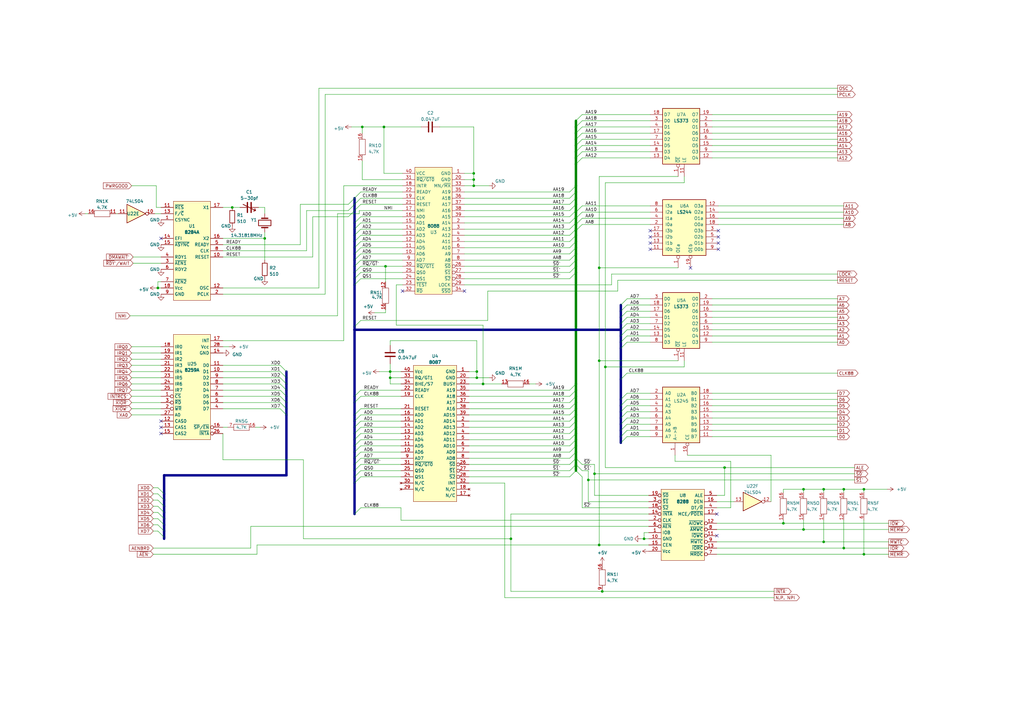
<source format=kicad_sch>
(kicad_sch (version 20230121) (generator eeschema)
  (paper "A3")
  (junction (at 195.58 154.94))
  (junction (at 248.285 150.495))
  (junction (at 245.745 147.955))
  (junction (at 245.745 109.855))
  (junction (at 157.48 52.07))
  (junction (at 194.31 73.66))
  (junction (at 194.31 76.2))
  (junction (at 64.77 118.11))
  (junction (at 241.3 196.85))
  (junction (at 337.82 222.25))
  (junction (at 297.18 191.77))
  (junction (at 346.075 224.79))
  (junction (at 160.02 154.94))
  (junction (at 264.16 220.98))
  (junction (at 198.12 157.48))
  (junction (at 354.33 200.66))
  (junction (at 108.585 97.79))
  (junction (at 160.02 152.4))
  (junction (at 329.565 200.66))
  (junction (at 346.075 200.66))
  (junction (at 95.25 85.09))
  (junction (at 245.745 223.52))
  (junction (at 195.58 152.4))
  (junction (at 183.515 -11.43))
  (junction (at 158.115 109.22))
  (junction (at 209.55 220.98))
  (junction (at 329.565 217.17))
  (junction (at 159.385 -11.43))
  (junction (at 321.31 214.63))
  (junction (at 207.01 -11.43))
  (junction (at 194.31 71.12))
  (junction (at 337.82 200.66))
  (junction (at 207.01 -36.83))
  (junction (at 145.415 135.255))
  (junction (at 159.385 -36.83))
  (junction (at 183.515 -36.83))
  (junction (at 247.015 242.57))
  (junction (at 148.59 52.07))
  (junction (at 354.33 227.33))
  (junction (at 243.84 194.31))
  (no_connect (at 294.64 97.155))
  (no_connect (at 66.04 175.26))
  (no_connect (at 266.7 102.235))
  (no_connect (at 266.7 99.695))
  (no_connect (at 66.04 172.72))
  (no_connect (at 266.7 94.615))
  (no_connect (at 294.005 219.71))
  (no_connect (at 190.5 119.38))
  (no_connect (at 66.04 97.79))
  (no_connect (at 165.1 119.38))
  (no_connect (at 294.64 102.235))
  (no_connect (at 294.005 210.82))
  (no_connect (at 294.64 99.695))
  (no_connect (at 294.64 94.615))
  (no_connect (at 66.04 177.8))
  (no_connect (at 283.21 109.855))
  (no_connect (at 266.7 97.155))
  (bus_entry (at 254.635 140.335) (size 2.54 -2.54))
  (bus_entry (at 254.635 166.37) (size 2.54 -2.54))
  (bus_entry (at 233.68 162.56) (size 2.54 -2.54))
  (bus_entry (at 233.68 185.42) (size 2.54 -2.54))
  (bus_entry (at 64.77 212.725) (size 2.54 2.54))
  (bus_entry (at 145.415 190.5) (size 2.54 -2.54))
  (bus_entry (at 145.415 99.06) (size 2.54 -2.54))
  (bus_entry (at 238.76 190.5) (size -2.54 -2.54))
  (bus_entry (at 64.77 210.185) (size 2.54 2.54))
  (bus_entry (at 145.415 175.26) (size 2.54 -2.54))
  (bus_entry (at 233.68 160.02) (size 2.54 -2.54))
  (bus_entry (at 236.22 62.23) (size 2.54 -2.54))
  (bus_entry (at 233.68 182.88) (size 2.54 -2.54))
  (bus_entry (at 114.935 154.94) (size 2.54 2.54))
  (bus_entry (at 145.415 185.42) (size 2.54 -2.54))
  (bus_entry (at 145.415 93.98) (size 2.54 -2.54))
  (bus_entry (at 236.22 54.61) (size 2.54 -2.54))
  (bus_entry (at 145.415 165.1) (size 2.54 -2.54))
  (bus_entry (at 145.415 106.68) (size 2.54 -2.54))
  (bus_entry (at 233.68 83.82) (size 2.54 -2.54))
  (bus_entry (at 114.935 165.1) (size 2.54 2.54))
  (bus_entry (at 233.68 167.64) (size 2.54 -2.54))
  (bus_entry (at 64.77 200.025) (size 2.54 2.54))
  (bus_entry (at 145.415 86.36) (size 2.54 -2.54))
  (bus_entry (at 254.635 163.83) (size 2.54 -2.54))
  (bus_entry (at 145.415 193.04) (size 2.54 -2.54))
  (bus_entry (at 254.635 137.795) (size 2.54 -2.54))
  (bus_entry (at 236.22 89.535) (size 2.54 -2.54))
  (bus_entry (at 233.68 91.44) (size 2.54 -2.54))
  (bus_entry (at 114.935 157.48) (size 2.54 2.54))
  (bus_entry (at 145.415 187.96) (size 2.54 -2.54))
  (bus_entry (at 236.22 64.77) (size 2.54 -2.54))
  (bus_entry (at 145.415 177.8) (size 2.54 -2.54))
  (bus_entry (at 233.68 101.6) (size 2.54 -2.54))
  (bus_entry (at 233.68 106.68) (size 2.54 -2.54))
  (bus_entry (at 233.68 172.72) (size 2.54 -2.54))
  (bus_entry (at 233.68 170.18) (size 2.54 -2.54))
  (bus_entry (at 233.68 180.34) (size 2.54 -2.54))
  (bus_entry (at 254.635 130.175) (size 2.54 -2.54))
  (bus_entry (at 254.635 132.715) (size 2.54 -2.54))
  (bus_entry (at 64.77 215.265) (size 2.54 2.54))
  (bus_entry (at 236.22 86.995) (size 2.54 -2.54))
  (bus_entry (at 233.68 190.5) (size 2.54 -2.54))
  (bus_entry (at 254.635 168.91) (size 2.54 -2.54))
  (bus_entry (at 236.22 52.07) (size 2.54 -2.54))
  (bus_entry (at 145.415 96.52) (size 2.54 -2.54))
  (bus_entry (at 114.935 167.64) (size 2.54 2.54))
  (bus_entry (at 145.415 104.14) (size 2.54 -2.54))
  (bus_entry (at 145.415 83.82) (size 2.54 -2.54))
  (bus_entry (at 233.68 187.96) (size 2.54 -2.54))
  (bus_entry (at 254.635 125.095) (size 2.54 -2.54))
  (bus_entry (at 145.415 109.22) (size 2.54 -2.54))
  (bus_entry (at 236.22 67.31) (size 2.54 -2.54))
  (bus_entry (at 233.68 114.3) (size 2.54 -2.54))
  (bus_entry (at 142.875 83.82) (size 2.54 -2.54))
  (bus_entry (at 114.935 149.86) (size 2.54 2.54))
  (bus_entry (at 145.415 133.985) (size 2.54 -2.54))
  (bus_entry (at 236.22 92.075) (size 2.54 -2.54))
  (bus_entry (at 145.415 116.84) (size 2.54 -2.54))
  (bus_entry (at 114.935 162.56) (size 2.54 2.54))
  (bus_entry (at 254.635 171.45) (size 2.54 -2.54))
  (bus_entry (at 233.68 177.8) (size 2.54 -2.54))
  (bus_entry (at 145.415 198.12) (size 2.54 -2.54))
  (bus_entry (at 145.415 81.28) (size 2.54 -2.54))
  (bus_entry (at 254.635 142.875) (size 2.54 -2.54))
  (bus_entry (at 233.68 165.1) (size 2.54 -2.54))
  (bus_entry (at 145.415 180.34) (size 2.54 -2.54))
  (bus_entry (at 236.22 49.53) (size 2.54 -2.54))
  (bus_entry (at 236.22 57.15) (size 2.54 -2.54))
  (bus_entry (at 238.76 195.58) (size -2.54 -2.54))
  (bus_entry (at 254.635 179.07) (size 2.54 -2.54))
  (bus_entry (at 254.635 173.99) (size 2.54 -2.54))
  (bus_entry (at 145.415 101.6) (size 2.54 -2.54))
  (bus_entry (at 233.68 81.28) (size 2.54 -2.54))
  (bus_entry (at 233.68 175.26) (size 2.54 -2.54))
  (bus_entry (at 233.68 193.04) (size 2.54 -2.54))
  (bus_entry (at 236.22 59.69) (size 2.54 -2.54))
  (bus_entry (at 254.635 155.575) (size 2.54 -2.54))
  (bus_entry (at 145.415 162.56) (size 2.54 -2.54))
  (bus_entry (at 254.635 127.635) (size 2.54 -2.54))
  (bus_entry (at 114.935 160.02) (size 2.54 2.54))
  (bus_entry (at 233.68 109.22) (size 2.54 -2.54))
  (bus_entry (at 254.635 135.255) (size 2.54 -2.54))
  (bus_entry (at 233.68 88.9) (size 2.54 -2.54))
  (bus_entry (at 145.415 210.82) (size 2.54 -2.54))
  (bus_entry (at 145.415 182.88) (size 2.54 -2.54))
  (bus_entry (at 64.77 202.565) (size 2.54 2.54))
  (bus_entry (at 142.875 86.36) (size 2.54 -2.54))
  (bus_entry (at 145.415 114.3) (size 2.54 -2.54))
  (bus_entry (at 233.68 96.52) (size 2.54 -2.54))
  (bus_entry (at 114.935 152.4) (size 2.54 2.54))
  (bus_entry (at 145.415 91.44) (size 2.54 -2.54))
  (bus_entry (at 238.76 193.04) (size -2.54 -2.54))
  (bus_entry (at 145.415 172.72) (size 2.54 -2.54))
  (bus_entry (at 145.415 170.18) (size 2.54 -2.54))
  (bus_entry (at 64.77 207.645) (size 2.54 2.54))
  (bus_entry (at 254.635 181.61) (size 2.54 -2.54))
  (bus_entry (at 233.68 195.58) (size 2.54 -2.54))
  (bus_entry (at 233.68 78.74) (size 2.54 -2.54))
  (bus_entry (at 233.68 104.14) (size 2.54 -2.54))
  (bus_entry (at 233.68 99.06) (size 2.54 -2.54))
  (bus_entry (at 233.68 86.36) (size 2.54 -2.54))
  (bus_entry (at 233.68 93.98) (size 2.54 -2.54))
  (bus_entry (at 236.22 94.615) (size 2.54 -2.54))
  (bus_entry (at 142.875 88.9) (size 2.54 -2.54))
  (bus_entry (at 64.77 217.805) (size 2.54 2.54))
  (bus_entry (at 233.68 111.76) (size 2.54 -2.54))
  (bus_entry (at 145.415 111.76) (size 2.54 -2.54))
  (bus_entry (at 64.77 205.105) (size 2.54 2.54))
  (bus_entry (at 254.635 176.53) (size 2.54 -2.54))
  (bus_entry (at 145.415 195.58) (size 2.54 -2.54))
  (wire (pts (xy 190.5 116.84) (xy 250.825 116.84)))
  (wire (pts (xy 292.1 64.77) (xy 343.535 64.77)))
  (wire (pts (xy 243.84 194.31) (xy 350.52 194.31)))
  (wire (pts (xy 105.41 223.52) (xy 245.745 223.52)))
  (wire (pts (xy 329.565 200.66) (xy 337.82 200.66)))
  (wire (pts (xy 192.405 175.26) (xy 233.68 175.26)))
  (wire (pts (xy 245.745 147.955) (xy 278.13 147.955)))
  (wire (pts (xy 190.5 86.36) (xy 233.68 86.36)))
  (wire (pts (xy 147.955 99.06) (xy 165.1 99.06)))
  (wire (pts (xy 292.1 137.795) (xy 343.535 137.795)))
  (wire (pts (xy 147.955 88.9) (xy 165.1 88.9)))
  (wire (pts (xy 62.865 210.185) (xy 64.77 210.185)))
  (wire (pts (xy 209.55 220.98) (xy 209.55 210.82)))
  (wire (pts (xy 53.975 167.64) (xy 66.04 167.64)))
  (wire (pts (xy 63.5 87.63) (xy 66.04 87.63)))
  (wire (pts (xy 62.865 205.105) (xy 64.77 205.105)))
  (bus (pts (xy 236.22 59.69) (xy 236.22 62.23)) (stroke (width 1) (color 0 132 0 1)))
  (wire (pts (xy 91.44 154.94) (xy 114.935 154.94)))
  (wire (pts (xy 147.955 167.64) (xy 164.465 167.64)))
  (wire (pts (xy 257.175 135.255) (xy 266.7 135.255)))
  (wire (pts (xy 64.135 76.2) (xy 64.135 85.09)))
  (bus (pts (xy 145.415 96.52) (xy 145.415 99.06)) (stroke (width 1)))
  (wire (pts (xy 354.33 227.33) (xy 364.49 227.33)))
  (bus (pts (xy 145.415 83.82) (xy 145.415 86.36)) (stroke (width 1)))
  (wire (pts (xy 294.005 205.74) (xy 300.99 205.74)))
  (wire (pts (xy 147.955 111.76) (xy 165.1 111.76)))
  (wire (pts (xy 106.68 175.26) (xy 104.775 175.26)))
  (wire (pts (xy 157.48 71.12) (xy 157.48 52.07)))
  (wire (pts (xy 257.175 161.29) (xy 266.7 161.29)))
  (bus (pts (xy 236.22 111.76) (xy 236.22 157.48)) (stroke (width 1) (color 0 132 0 1)))
  (bus (pts (xy 254.635 168.91) (xy 254.635 171.45)) (stroke (width 1)))
  (wire (pts (xy 192.405 177.8) (xy 233.68 177.8)))
  (wire (pts (xy 53.975 76.2) (xy 64.135 76.2)))
  (wire (pts (xy 294.64 84.455) (xy 346.075 84.455)))
  (bus (pts (xy 145.415 170.18) (xy 145.415 172.72)) (stroke (width 1)))
  (wire (pts (xy 54.61 105.41) (xy 66.04 105.41)))
  (wire (pts (xy 91.44 162.56) (xy 114.935 162.56)))
  (wire (pts (xy 158.115 115.57) (xy 158.115 109.22)))
  (bus (pts (xy 117.475 160.02) (xy 117.475 162.56)) (stroke (width 1)))
  (wire (pts (xy 317.5 242.57) (xy 247.015 242.57)))
  (bus (pts (xy 254.635 171.45) (xy 254.635 173.99)) (stroke (width 1)))
  (wire (pts (xy 198.12 157.48) (xy 192.405 157.48)))
  (wire (pts (xy 192.405 154.94) (xy 195.58 154.94)))
  (wire (pts (xy 147.955 101.6) (xy 165.1 101.6)))
  (wire (pts (xy 102.87 215.9) (xy 266.065 215.9)))
  (bus (pts (xy 236.22 104.14) (xy 236.22 106.68)) (stroke (width 1) (color 0 132 0 1)))
  (wire (pts (xy 337.82 200.66) (xy 346.075 200.66)))
  (bus (pts (xy 117.475 162.56) (xy 117.475 165.1)) (stroke (width 1)))
  (wire (pts (xy 248.285 150.495) (xy 248.285 191.77)))
  (wire (pts (xy 108.585 106.68) (xy 108.585 97.79)))
  (wire (pts (xy 155.575 152.4) (xy 160.02 152.4)))
  (wire (pts (xy 247.015 242.57) (xy 209.55 242.57)))
  (wire (pts (xy 294.64 92.075) (xy 346.075 92.075)))
  (bus (pts (xy 236.22 67.31) (xy 236.22 76.2)) (stroke (width 1) (color 0 132 0 1)))
  (wire (pts (xy 91.44 97.79) (xy 108.585 97.79)))
  (bus (pts (xy 145.415 114.3) (xy 145.415 116.84)) (stroke (width 1)))
  (bus (pts (xy 117.475 165.1) (xy 117.475 167.64)) (stroke (width 1)))
  (bus (pts (xy 236.22 177.8) (xy 236.22 180.34)) (stroke (width 1) (color 0 132 0 1)))
  (wire (pts (xy 294.64 86.995) (xy 346.075 86.995)))
  (bus (pts (xy 67.31 220.345) (xy 67.31 220.98)) (stroke (width 1)))
  (wire (pts (xy 147.955 180.34) (xy 164.465 180.34)))
  (wire (pts (xy 329.565 213.36) (xy 329.565 217.17)))
  (wire (pts (xy 160.02 152.4) (xy 164.465 152.4)))
  (wire (pts (xy 292.1 59.69) (xy 343.535 59.69)))
  (bus (pts (xy 254.635 127.635) (xy 254.635 130.175)) (stroke (width 1)))
  (wire (pts (xy 248.285 191.77) (xy 297.18 191.77)))
  (bus (pts (xy 236.22 170.18) (xy 236.22 172.72)) (stroke (width 1) (color 0 132 0 1)))
  (wire (pts (xy 105.41 227.33) (xy 105.41 223.52)))
  (bus (pts (xy 236.22 88.9) (xy 236.22 89.535)) (stroke (width 1) (color 0 132 0 1)))
  (wire (pts (xy 194.31 76.2) (xy 200.66 76.2)))
  (wire (pts (xy 147.955 78.74) (xy 165.1 78.74)))
  (wire (pts (xy 190.5 106.68) (xy 233.68 106.68)))
  (wire (pts (xy 354.33 200.66) (xy 363.855 200.66)))
  (wire (pts (xy 245.745 147.955) (xy 245.745 223.52)))
  (wire (pts (xy 160.02 139.7) (xy 160.02 141.605)))
  (wire (pts (xy 294.005 227.33) (xy 354.33 227.33)))
  (wire (pts (xy 64.135 85.09) (xy 66.04 85.09)))
  (bus (pts (xy 117.475 157.48) (xy 117.475 160.02)) (stroke (width 1)))
  (wire (pts (xy 190.5 99.06) (xy 233.68 99.06)))
  (bus (pts (xy 145.415 99.06) (xy 145.415 101.6)) (stroke (width 1)))
  (wire (pts (xy 91.44 85.09) (xy 95.25 85.09)))
  (bus (pts (xy 145.415 109.22) (xy 145.415 111.76)) (stroke (width 1)))
  (bus (pts (xy 254.635 166.37) (xy 254.635 168.91)) (stroke (width 1)))
  (wire (pts (xy 294.005 224.79) (xy 346.075 224.79)))
  (wire (pts (xy 238.76 62.23) (xy 266.7 62.23)))
  (bus (pts (xy 254.635 130.175) (xy 254.635 132.715)) (stroke (width 1)))
  (wire (pts (xy 257.175 140.335) (xy 266.7 140.335)))
  (wire (pts (xy 162.56 133.35) (xy 198.12 133.35)))
  (wire (pts (xy 64.77 115.57) (xy 64.77 118.11)))
  (wire (pts (xy 53.975 152.4) (xy 66.04 152.4)))
  (wire (pts (xy 190.5 88.9) (xy 233.68 88.9)))
  (bus (pts (xy 254.635 179.07) (xy 254.635 181.61)) (stroke (width 1)))
  (wire (pts (xy 321.31 200.66) (xy 321.31 201.93)))
  (wire (pts (xy 147.955 81.28) (xy 165.1 81.28)))
  (bus (pts (xy 254.635 140.335) (xy 254.635 142.875)) (stroke (width 1)))
  (bus (pts (xy 145.415 135.255) (xy 254.635 135.255)) (stroke (width 1)))
  (wire (pts (xy 190.5 109.22) (xy 233.68 109.22)))
  (bus (pts (xy 236.22 162.56) (xy 236.22 165.1)) (stroke (width 1) (color 0 132 0 1)))
  (wire (pts (xy 53.975 165.1) (xy 66.04 165.1)))
  (bus (pts (xy 236.22 157.48) (xy 236.22 160.02)) (stroke (width 1) (color 0 132 0 1)))
  (wire (pts (xy 147.955 187.96) (xy 164.465 187.96)))
  (wire (pts (xy 329.565 217.17) (xy 364.49 217.17)))
  (wire (pts (xy 158.115 109.22) (xy 165.1 109.22)))
  (wire (pts (xy 257.175 163.83) (xy 266.7 163.83)))
  (wire (pts (xy 245.745 72.39) (xy 245.745 109.855)))
  (bus (pts (xy 145.415 185.42) (xy 145.415 187.96)) (stroke (width 1)))
  (wire (pts (xy 192.405 187.96) (xy 233.68 187.96)))
  (wire (pts (xy 54.61 107.95) (xy 66.04 107.95)))
  (wire (pts (xy 91.44 165.1) (xy 114.935 165.1)))
  (bus (pts (xy 145.415 165.1) (xy 145.415 170.18)) (stroke (width 1)))
  (wire (pts (xy 207.01 245.11) (xy 207.01 198.12)))
  (wire (pts (xy 292.1 171.45) (xy 343.535 171.45)))
  (wire (pts (xy 123.19 83.82) (xy 142.875 83.82)))
  (wire (pts (xy 337.82 222.25) (xy 364.49 222.25)))
  (wire (pts (xy 192.405 195.58) (xy 233.68 195.58)))
  (wire (pts (xy 195.58 154.94) (xy 200.66 154.94)))
  (wire (pts (xy 192.405 193.04) (xy 233.68 193.04)))
  (wire (pts (xy 299.72 208.28) (xy 299.72 189.23)))
  (wire (pts (xy 108.585 97.79) (xy 108.585 95.25)))
  (wire (pts (xy 147.955 93.98) (xy 165.1 93.98)))
  (wire (pts (xy 257.175 168.91) (xy 266.7 168.91)))
  (bus (pts (xy 236.22 78.74) (xy 236.22 81.28)) (stroke (width 1) (color 0 132 0 1)))
  (wire (pts (xy 157.48 52.07) (xy 148.59 52.07)))
  (bus (pts (xy 67.31 217.805) (xy 67.31 220.345)) (stroke (width 1)))
  (wire (pts (xy 257.175 179.07) (xy 266.7 179.07)))
  (wire (pts (xy 148.59 52.07) (xy 148.59 54.61)))
  (bus (pts (xy 254.635 125.095) (xy 254.635 127.635)) (stroke (width 1)))
  (bus (pts (xy 117.475 170.18) (xy 117.475 194.945)) (stroke (width 1)))
  (wire (pts (xy 125.73 102.87) (xy 91.44 102.87)))
  (wire (pts (xy 147.955 96.52) (xy 165.1 96.52)))
  (wire (pts (xy 147.955 182.88) (xy 164.465 182.88)))
  (wire (pts (xy 238.76 86.995) (xy 266.7 86.995)))
  (wire (pts (xy 62.865 200.025) (xy 64.77 200.025)))
  (wire (pts (xy 350.52 196.85) (xy 241.3 196.85)))
  (wire (pts (xy 91.44 167.64) (xy 114.935 167.64)))
  (wire (pts (xy 147.955 177.8) (xy 164.465 177.8)))
  (bus (pts (xy 117.475 167.64) (xy 117.475 170.18)) (stroke (width 1)))
  (wire (pts (xy 64.77 118.11) (xy 66.04 118.11)))
  (wire (pts (xy 257.175 125.095) (xy 266.7 125.095)))
  (wire (pts (xy 238.76 195.58) (xy 238.76 208.28)))
  (wire (pts (xy 91.44 139.7) (xy 140.97 139.7)))
  (wire (pts (xy 53.975 170.18) (xy 66.04 170.18)))
  (wire (pts (xy 53.975 144.78) (xy 66.04 144.78)))
  (wire (pts (xy 91.44 157.48) (xy 114.935 157.48)))
  (wire (pts (xy 147.955 162.56) (xy 164.465 162.56)))
  (wire (pts (xy 207.01 -11.43) (xy 222.885 -11.43)))
  (wire (pts (xy 164.465 157.48) (xy 160.02 157.48)))
  (bus (pts (xy 145.415 106.68) (xy 145.415 109.22)) (stroke (width 1)))
  (bus (pts (xy 145.415 133.985) (xy 145.415 135.255)) (stroke (width 1)))
  (wire (pts (xy 190.5 101.6) (xy 233.68 101.6)))
  (wire (pts (xy 53.975 147.32) (xy 66.04 147.32)))
  (wire (pts (xy 280.67 72.39) (xy 280.67 74.93)))
  (wire (pts (xy 159.385 -36.83) (xy 183.515 -36.83)))
  (wire (pts (xy 297.18 191.77) (xy 297.18 203.2)))
  (bus (pts (xy 236.22 86.36) (xy 236.22 86.995)) (stroke (width 1) (color 0 132 0 1)))
  (wire (pts (xy 257.175 132.715) (xy 266.7 132.715)))
  (wire (pts (xy 102.87 215.9) (xy 102.87 224.79)))
  (wire (pts (xy 135.89 -36.83) (xy 159.385 -36.83)))
  (wire (pts (xy 128.27 88.9) (xy 142.875 88.9)))
  (wire (pts (xy 292.1 62.23) (xy 343.535 62.23)))
  (bus (pts (xy 145.415 135.255) (xy 145.415 162.56)) (stroke (width 1)))
  (bus (pts (xy 145.415 180.34) (xy 145.415 182.88)) (stroke (width 1)))
  (wire (pts (xy 192.405 185.42) (xy 233.68 185.42)))
  (wire (pts (xy 91.44 160.02) (xy 114.935 160.02)))
  (bus (pts (xy 236.22 175.26) (xy 236.22 177.8)) (stroke (width 1) (color 0 132 0 1)))
  (bus (pts (xy 236.22 167.64) (xy 236.22 170.18)) (stroke (width 1) (color 0 132 0 1)))
  (bus (pts (xy 67.31 212.725) (xy 67.31 215.265)) (stroke (width 1)))
  (wire (pts (xy 98.425 85.09) (xy 95.25 85.09)))
  (wire (pts (xy 66.04 115.57) (xy 64.77 115.57)))
  (wire (pts (xy 294.64 89.535) (xy 346.075 89.535)))
  (wire (pts (xy 346.075 224.79) (xy 364.49 224.79)))
  (bus (pts (xy 236.22 93.98) (xy 236.22 94.615)) (stroke (width 1) (color 0 132 0 1)))
  (wire (pts (xy 53.975 162.56) (xy 66.04 162.56)))
  (bus (pts (xy 67.31 210.185) (xy 67.31 207.645)) (stroke (width 1)))
  (wire (pts (xy 91.44 118.11) (xy 130.81 118.11)))
  (wire (pts (xy 264.16 220.98) (xy 266.065 220.98)))
  (wire (pts (xy 133.35 38.735) (xy 343.535 38.735)))
  (wire (pts (xy 194.31 52.07) (xy 194.31 71.12)))
  (bus (pts (xy 236.22 185.42) (xy 236.22 187.96)) (stroke (width 1) (color 0 132 0 1)))
  (wire (pts (xy 138.43 87.63) (xy 138.43 129.54)))
  (bus (pts (xy 236.22 52.07) (xy 236.22 54.61)) (stroke (width 1) (color 0 132 0 1)))
  (wire (pts (xy 253.365 114.935) (xy 253.365 119.38)))
  (bus (pts (xy 67.31 194.945) (xy 117.475 194.945)) (stroke (width 1)))
  (wire (pts (xy 292.1 173.99) (xy 343.535 173.99)))
  (bus (pts (xy 254.635 155.575) (xy 254.635 163.83)) (stroke (width 1)))
  (wire (pts (xy 128.27 105.41) (xy 128.27 88.9)))
  (wire (pts (xy 62.865 215.265) (xy 64.77 215.265)))
  (bus (pts (xy 254.635 176.53) (xy 254.635 179.07)) (stroke (width 1)))
  (wire (pts (xy 238.76 89.535) (xy 266.7 89.535)))
  (wire (pts (xy 266.065 213.36) (xy 164.465 213.36)))
  (wire (pts (xy 292.1 166.37) (xy 343.535 166.37)))
  (wire (pts (xy 257.175 166.37) (xy 266.7 166.37)))
  (wire (pts (xy 238.76 49.53) (xy 266.7 49.53)))
  (wire (pts (xy 346.075 213.36) (xy 346.075 224.79)))
  (wire (pts (xy 194.31 73.66) (xy 194.31 76.2)))
  (wire (pts (xy 276.86 189.23) (xy 299.72 189.23)))
  (bus (pts (xy 236.22 160.02) (xy 236.22 162.56)) (stroke (width 1) (color 0 132 0 1)))
  (bus (pts (xy 145.415 190.5) (xy 145.415 193.04)) (stroke (width 1)))
  (wire (pts (xy 238.76 208.28) (xy 266.065 208.28)))
  (bus (pts (xy 236.22 64.77) (xy 236.22 67.31)) (stroke (width 1) (color 0 132 0 1)))
  (bus (pts (xy 145.415 187.96) (xy 145.415 190.5)) (stroke (width 1)))
  (bus (pts (xy 236.22 86.995) (xy 236.22 88.9)) (stroke (width 1) (color 0 132 0 1)))
  (wire (pts (xy 147.955 190.5) (xy 164.465 190.5)))
  (wire (pts (xy 108.585 85.09) (xy 108.585 87.63)))
  (wire (pts (xy 354.33 200.66) (xy 354.33 201.93)))
  (wire (pts (xy 257.175 122.555) (xy 266.7 122.555)))
  (wire (pts (xy 53.975 157.48) (xy 66.04 157.48)))
  (wire (pts (xy 53.975 160.02) (xy 66.04 160.02)))
  (wire (pts (xy 292.1 49.53) (xy 343.535 49.53)))
  (wire (pts (xy 253.365 119.38) (xy 200.025 119.38)))
  (wire (pts (xy 157.48 52.07) (xy 172.72 52.07)))
  (wire (pts (xy 93.345 175.26) (xy 91.44 175.26)))
  (bus (pts (xy 236.22 180.34) (xy 236.22 182.88)) (stroke (width 1) (color 0 132 0 1)))
  (wire (pts (xy 148.59 73.66) (xy 148.59 66.04)))
  (wire (pts (xy 245.745 109.855) (xy 245.745 147.955)))
  (wire (pts (xy 183.515 -11.43) (xy 207.01 -11.43)))
  (bus (pts (xy 236.22 182.88) (xy 236.22 185.42)) (stroke (width 1) (color 0 132 0 1)))
  (wire (pts (xy 292.1 54.61) (xy 343.535 54.61)))
  (bus (pts (xy 145.415 198.12) (xy 145.415 210.82)) (stroke (width 1)))
  (wire (pts (xy 192.405 162.56) (xy 233.68 162.56)))
  (wire (pts (xy 160.02 154.94) (xy 160.02 157.48)))
  (wire (pts (xy 165.1 71.12) (xy 157.48 71.12)))
  (wire (pts (xy 140.97 139.7) (xy 140.97 76.2)))
  (wire (pts (xy 180.34 52.07) (xy 194.31 52.07)))
  (wire (pts (xy 183.515 -36.83) (xy 207.01 -36.83)))
  (wire (pts (xy 147.955 109.22) (xy 158.115 109.22)))
  (wire (pts (xy 62.865 227.33) (xy 105.41 227.33)))
  (wire (pts (xy 243.84 190.5) (xy 243.84 194.31)))
  (wire (pts (xy 243.84 194.31) (xy 243.84 203.2)))
  (wire (pts (xy 190.5 76.2) (xy 194.31 76.2)))
  (wire (pts (xy 195.58 152.4) (xy 195.58 154.94)))
  (bus (pts (xy 67.31 210.185) (xy 67.31 212.725)) (stroke (width 1)))
  (wire (pts (xy 292.1 179.07) (xy 343.535 179.07)))
  (bus (pts (xy 145.415 86.36) (xy 145.415 91.44)) (stroke (width 1)))
  (bus (pts (xy 145.415 172.72) (xy 145.415 175.26)) (stroke (width 1)))
  (bus (pts (xy 145.415 101.6) (xy 145.415 104.14)) (stroke (width 1)))
  (wire (pts (xy 346.075 200.66) (xy 346.075 201.93)))
  (wire (pts (xy 192.405 182.88) (xy 233.68 182.88)))
  (wire (pts (xy 142.875 86.36) (xy 125.73 86.36)))
  (wire (pts (xy 294.005 203.2) (xy 297.18 203.2)))
  (wire (pts (xy 238.76 59.69) (xy 266.7 59.69)))
  (wire (pts (xy 292.1 52.07) (xy 343.535 52.07)))
  (wire (pts (xy 280.67 147.955) (xy 280.67 150.495)))
  (wire (pts (xy 198.12 133.35) (xy 198.12 157.48)))
  (wire (pts (xy 147.955 208.28) (xy 164.465 208.28)))
  (wire (pts (xy 123.19 100.33) (xy 123.19 83.82)))
  (wire (pts (xy 195.58 139.7) (xy 195.58 152.4)))
  (wire (pts (xy 294.005 222.25) (xy 337.82 222.25)))
  (bus (pts (xy 236.22 101.6) (xy 236.22 104.14)) (stroke (width 1) (color 0 132 0 1)))
  (wire (pts (xy 53.975 149.86) (xy 66.04 149.86)))
  (wire (pts (xy 192.405 170.18) (xy 233.68 170.18)))
  (wire (pts (xy 238.76 84.455) (xy 266.7 84.455)))
  (wire (pts (xy 238.76 64.77) (xy 266.7 64.77)))
  (wire (pts (xy 245.745 109.855) (xy 278.13 109.855)))
  (bus (pts (xy 254.635 173.99) (xy 254.635 176.53)) (stroke (width 1)))
  (wire (pts (xy 238.76 190.5) (xy 243.84 190.5)))
  (wire (pts (xy 238.76 52.07) (xy 266.7 52.07)))
  (wire (pts (xy 198.12 157.48) (xy 205.74 157.48)))
  (bus (pts (xy 145.415 81.28) (xy 145.415 83.82)) (stroke (width 1)))
  (wire (pts (xy 164.465 154.94) (xy 160.02 154.94)))
  (wire (pts (xy 53.975 142.24) (xy 66.04 142.24)))
  (wire (pts (xy 257.175 130.175) (xy 266.7 130.175)))
  (wire (pts (xy 147.955 172.72) (xy 164.465 172.72)))
  (wire (pts (xy 276.86 186.69) (xy 276.86 189.23)))
  (wire (pts (xy 190.5 111.76) (xy 233.68 111.76)))
  (wire (pts (xy 190.5 81.28) (xy 233.68 81.28)))
  (wire (pts (xy 91.44 188.595) (xy 124.46 188.595)))
  (wire (pts (xy 316.23 205.74) (xy 316.23 186.69)))
  (wire (pts (xy 192.405 160.02) (xy 233.68 160.02)))
  (wire (pts (xy 165.1 116.84) (xy 162.56 116.84)))
  (wire (pts (xy 238.76 57.15) (xy 266.7 57.15)))
  (wire (pts (xy 294.005 214.63) (xy 321.31 214.63)))
  (bus (pts (xy 254.635 135.255) (xy 254.635 137.795)) (stroke (width 1)))
  (bus (pts (xy 236.22 106.68) (xy 236.22 109.22)) (stroke (width 1) (color 0 132 0 1)))
  (wire (pts (xy 102.87 224.79) (xy 62.865 224.79)))
  (wire (pts (xy 192.405 198.12) (xy 207.01 198.12)))
  (bus (pts (xy 145.415 177.8) (xy 145.415 180.34)) (stroke (width 1)))
  (wire (pts (xy 130.81 36.195) (xy 343.535 36.195)))
  (bus (pts (xy 236.22 54.61) (xy 236.22 57.15)) (stroke (width 1) (color 0 132 0 1)))
  (wire (pts (xy 292.1 176.53) (xy 343.535 176.53)))
  (wire (pts (xy 190.5 96.52) (xy 233.68 96.52)))
  (wire (pts (xy 241.3 205.74) (xy 266.065 205.74)))
  (wire (pts (xy 292.1 46.99) (xy 343.535 46.99)))
  (wire (pts (xy 147.32 86.36) (xy 147.32 87.63)))
  (wire (pts (xy 192.405 172.72) (xy 233.68 172.72)))
  (wire (pts (xy 257.175 176.53) (xy 266.7 176.53)))
  (wire (pts (xy 292.1 135.255) (xy 343.535 135.255)))
  (wire (pts (xy 164.465 213.36) (xy 164.465 208.28)))
  (wire (pts (xy 292.1 132.715) (xy 343.535 132.715)))
  (wire (pts (xy 238.76 54.61) (xy 266.7 54.61)))
  (wire (pts (xy 192.405 152.4) (xy 195.58 152.4)))
  (bus (pts (xy 236.22 99.06) (xy 236.22 101.6)) (stroke (width 1) (color 0 132 0 1)))
  (bus (pts (xy 236.22 94.615) (xy 236.22 96.52)) (stroke (width 1) (color 0 132 0 1)))
  (wire (pts (xy 64.135 118.11) (xy 64.77 118.11)))
  (bus (pts (xy 145.415 162.56) (xy 145.415 165.1)) (stroke (width 1)))
  (wire (pts (xy 190.5 71.12) (xy 194.31 71.12)))
  (bus (pts (xy 236.22 165.1) (xy 236.22 167.64)) (stroke (width 1) (color 0 132 0 1)))
  (wire (pts (xy 124.46 220.98) (xy 209.55 220.98)))
  (wire (pts (xy 209.55 210.82) (xy 266.065 210.82)))
  (wire (pts (xy 343.535 114.935) (xy 253.365 114.935)))
  (bus (pts (xy 145.415 104.14) (xy 145.415 106.68)) (stroke (width 1)))
  (wire (pts (xy 144.145 52.07) (xy 148.59 52.07)))
  (wire (pts (xy 162.56 116.84) (xy 162.56 133.35)))
  (wire (pts (xy 257.175 127.635) (xy 266.7 127.635)))
  (bus (pts (xy 254.635 132.715) (xy 254.635 135.255)) (stroke (width 1)))
  (bus (pts (xy 145.415 182.88) (xy 145.415 185.42)) (stroke (width 1)))
  (bus (pts (xy 117.475 154.94) (xy 117.475 157.48)) (stroke (width 1)))
  (wire (pts (xy 354.33 213.36) (xy 354.33 227.33)))
  (bus (pts (xy 236.22 172.72) (xy 236.22 175.26)) (stroke (width 1) (color 0 132 0 1)))
  (wire (pts (xy 241.3 196.85) (xy 241.3 205.74)))
  (wire (pts (xy 222.885 -10.16) (xy 228.6 -10.16)))
  (wire (pts (xy 147.955 175.26) (xy 164.465 175.26)))
  (wire (pts (xy 190.5 93.98) (xy 233.68 93.98)))
  (bus (pts (xy 236.22 57.15) (xy 236.22 59.69)) (stroke (width 1) (color 0 132 0 1)))
  (wire (pts (xy 194.31 71.12) (xy 194.31 73.66)))
  (wire (pts (xy 292.1 127.635) (xy 343.535 127.635)))
  (wire (pts (xy 165.1 86.36) (xy 147.32 86.36)))
  (wire (pts (xy 337.82 213.36) (xy 337.82 222.25)))
  (wire (pts (xy 200.025 119.38) (xy 200.025 131.445)))
  (bus (pts (xy 117.475 152.4) (xy 117.475 154.94)) (stroke (width 1)))
  (wire (pts (xy 147.955 106.68) (xy 165.1 106.68)))
  (wire (pts (xy 124.46 188.595) (xy 124.46 220.98)))
  (bus (pts (xy 145.415 93.98) (xy 145.415 96.52)) (stroke (width 1)))
  (wire (pts (xy 192.405 180.34) (xy 233.68 180.34)))
  (bus (pts (xy 236.22 76.2) (xy 236.22 78.74)) (stroke (width 1) (color 0 132 0 1)))
  (wire (pts (xy 91.44 105.41) (xy 128.27 105.41)))
  (wire (pts (xy 278.13 72.39) (xy 245.745 72.39)))
  (wire (pts (xy 292.1 140.335) (xy 343.535 140.335)))
  (wire (pts (xy 34.925 87.63) (xy 36.195 87.63)))
  (wire (pts (xy 292.1 163.83) (xy 343.535 163.83)))
  (wire (pts (xy 147.955 195.58) (xy 164.465 195.58)))
  (wire (pts (xy 91.44 149.86) (xy 114.935 149.86)))
  (wire (pts (xy 106.045 85.09) (xy 108.585 85.09)))
  (wire (pts (xy 257.175 137.795) (xy 266.7 137.795)))
  (wire (pts (xy 190.5 114.3) (xy 233.68 114.3)))
  (wire (pts (xy 329.565 200.66) (xy 329.565 201.93)))
  (bus (pts (xy 254.635 163.83) (xy 254.635 166.37)) (stroke (width 1)))
  (wire (pts (xy 147.955 104.14) (xy 165.1 104.14)))
  (wire (pts (xy 317.5 245.11) (xy 207.01 245.11)))
  (wire (pts (xy 222.885 -11.43) (xy 222.885 -10.16)))
  (wire (pts (xy 346.075 200.66) (xy 354.33 200.66)))
  (wire (pts (xy 192.405 190.5) (xy 233.68 190.5)))
  (wire (pts (xy 200.025 131.445) (xy 147.955 131.445)))
  (wire (pts (xy 160.02 152.4) (xy 160.02 149.225)))
  (wire (pts (xy 292.1 125.095) (xy 343.535 125.095)))
  (wire (pts (xy 147.955 193.04) (xy 164.465 193.04)))
  (wire (pts (xy 138.43 87.63) (xy 147.32 87.63)))
  (wire (pts (xy 190.5 104.14) (xy 233.68 104.14)))
  (bus (pts (xy 236.22 187.96) (xy 236.22 190.5)) (stroke (width 1) (color 0 132 0 1)))
  (wire (pts (xy 321.31 200.66) (xy 329.565 200.66)))
  (wire (pts (xy 337.82 200.66) (xy 337.82 201.93)))
  (wire (pts (xy 321.31 213.36) (xy 321.31 214.63)))
  (bus (pts (xy 236.22 81.28) (xy 236.22 83.82)) (stroke (width 1) (color 0 132 0 1)))
  (wire (pts (xy 257.175 153.035) (xy 343.535 153.035)))
  (wire (pts (xy 292.1 161.29) (xy 343.535 161.29)))
  (wire (pts (xy 264.16 218.44) (xy 264.16 220.98)))
  (wire (pts (xy 280.67 74.93) (xy 248.285 74.93)))
  (wire (pts (xy 266.065 218.44) (xy 264.16 218.44)))
  (wire (pts (xy 192.405 165.1) (xy 233.68 165.1)))
  (bus (pts (xy 236.22 190.5) (xy 236.22 193.04)) (stroke (width 1) (color 0 132 0 1)))
  (bus (pts (xy 236.22 92.075) (xy 236.22 93.98)) (stroke (width 1) (color 0 132 0 1)))
  (wire (pts (xy 257.175 171.45) (xy 266.7 171.45)))
  (bus (pts (xy 236.22 89.535) (xy 236.22 91.44)) (stroke (width 1) (color 0 132 0 1)))
  (wire (pts (xy 292.1 168.91) (xy 343.535 168.91)))
  (wire (pts (xy 209.55 242.57) (xy 209.55 220.98)))
  (wire (pts (xy 190.5 78.74) (xy 233.68 78.74)))
  (wire (pts (xy 238.76 193.04) (xy 241.3 193.04)))
  (bus (pts (xy 236.22 91.44) (xy 236.22 92.075)) (stroke (width 1) (color 0 132 0 1)))
  (wire (pts (xy 62.865 202.565) (xy 64.77 202.565)))
  (wire (pts (xy 125.73 86.36) (xy 125.73 102.87)))
  (wire (pts (xy 297.18 191.77) (xy 350.52 191.77)))
  (wire (pts (xy 147.955 160.02) (xy 164.465 160.02)))
  (wire (pts (xy 62.865 207.645) (xy 64.77 207.645)))
  (wire (pts (xy 243.84 203.2) (xy 266.065 203.2)))
  (wire (pts (xy 292.1 122.555) (xy 343.535 122.555)))
  (wire (pts (xy 62.865 212.725) (xy 64.77 212.725)))
  (wire (pts (xy 91.44 100.33) (xy 123.19 100.33)))
  (wire (pts (xy 257.175 173.99) (xy 266.7 173.99)))
  (wire (pts (xy 192.405 167.64) (xy 233.68 167.64)))
  (bus (pts (xy 145.415 111.76) (xy 145.415 114.3)) (stroke (width 1)))
  (bus (pts (xy 254.635 142.875) (xy 254.635 155.575)) (stroke (width 1)))
  (wire (pts (xy 321.31 214.63) (xy 364.49 214.63)))
  (wire (pts (xy 238.76 46.99) (xy 266.7 46.99)))
  (wire (pts (xy 292.1 130.175) (xy 343.535 130.175)))
  (wire (pts (xy 238.76 92.075) (xy 266.7 92.075)))
  (wire (pts (xy 262.89 220.98) (xy 264.16 220.98)))
  (wire (pts (xy 281.94 186.69) (xy 316.23 186.69)))
  (bus (pts (xy 145.415 193.04) (xy 145.415 195.58)) (stroke (width 1)))
  (bus (pts (xy 254.635 137.795) (xy 254.635 140.335)) (stroke (width 1)))
  (bus (pts (xy 236.22 49.53) (xy 236.22 52.07)) (stroke (width 1) (color 0 132 0 1)))
  (wire (pts (xy 190.5 73.66) (xy 194.31 73.66)))
  (wire (pts (xy 147.955 91.44) (xy 165.1 91.44)))
  (wire (pts (xy 130.81 118.11) (xy 130.81 36.195)))
  (wire (pts (xy 241.3 193.04) (xy 241.3 196.85)))
  (bus (pts (xy 236.22 109.22) (xy 236.22 111.76)) (stroke (width 1) (color 0 132 0 1)))
  (wire (pts (xy 133.35 120.65) (xy 133.35 38.735)))
  (bus (pts (xy 145.415 91.44) (xy 145.415 93.98)) (stroke (width 1)))
  (wire (pts (xy 147.955 185.42) (xy 164.465 185.42)))
  (wire (pts (xy 62.865 217.805) (xy 64.77 217.805)))
  (wire (pts (xy 158.115 127) (xy 158.115 128.27)))
  (wire (pts (xy 147.955 114.3) (xy 165.1 114.3)))
  (wire (pts (xy 280.67 150.495) (xy 248.285 150.495)))
  (bus (pts (xy 236.22 96.52) (xy 236.22 99.06)) (stroke (width 1) (color 0 132 0 1)))
  (wire (pts (xy 53.975 154.94) (xy 66.04 154.94)))
  (wire (pts (xy 190.5 83.82) (xy 233.68 83.82)))
  (wire (pts (xy 140.97 76.2) (xy 165.1 76.2)))
  (bus (pts (xy 67.31 207.645) (xy 67.31 205.105)) (stroke (width 1)))
  (wire (pts (xy 250.825 112.395) (xy 343.535 112.395)))
  (wire (pts (xy 219.71 157.48) (xy 217.17 157.48)))
  (wire (pts (xy 160.02 152.4) (xy 160.02 154.94)))
  (wire (pts (xy 245.745 223.52) (xy 266.065 223.52)))
  (wire (pts (xy 190.5 91.44) (xy 233.68 91.44)))
  (wire (pts (xy 135.89 -11.43) (xy 159.385 -11.43)))
  (wire (pts (xy 159.385 -11.43) (xy 183.515 -11.43)))
  (wire (pts (xy 147.955 83.82) (xy 165.1 83.82)))
  (wire (pts (xy 147.955 170.18) (xy 164.465 170.18)))
  (wire (pts (xy 165.1 73.66) (xy 148.59 73.66)))
  (wire (pts (xy 292.1 57.15) (xy 343.535 57.15)))
  (wire (pts (xy 91.44 152.4) (xy 114.935 152.4)))
  (bus (pts (xy 67.31 202.565) (xy 67.31 194.945)) (stroke (width 1)))
  (wire (pts (xy 93.98 142.24) (xy 91.44 142.24)))
  (wire (pts (xy 250.825 116.84) (xy 250.825 112.395)))
  (wire (pts (xy 138.43 129.54) (xy 53.34 129.54)))
  (wire (pts (xy 91.44 177.8) (xy 91.44 188.595)))
  (bus (pts (xy 67.31 215.265) (xy 67.31 217.805)) (stroke (width 1)))
  (bus (pts (xy 145.415 116.84) (xy 145.415 133.985)) (stroke (width 1)))
  (wire (pts (xy 294.005 217.17) (xy 329.565 217.17)))
  (wire (pts (xy 207.01 -36.83) (xy 228.6 -36.83)))
  (bus (pts (xy 236.22 62.23) (xy 236.22 64.77)) (stroke (width 1) (color 0 132 0 1)))
  (bus (pts (xy 145.415 175.26) (xy 145.415 177.8)) (stroke (width 1)))
  (wire (pts (xy 47.625 87.63) (xy 48.26 87.63)))
  (bus (pts (xy 236.22 83.82) (xy 236.22 86.36)) (stroke (width 1) (color 0 132 0 1)))
  (wire (pts (xy 91.44 120.65) (xy 133.35 120.65)))
  (wire (pts (xy 294.005 208.28) (xy 299.72 208.28)))
  (wire (pts (xy 248.285 74.93) (xy 248.285 150.495)))
  (bus (pts (xy 67.31 205.105) (xy 67.31 202.565)) (stroke (width 1)))
  (wire (pts (xy 160.02 139.7) (xy 195.58 139.7)))
  (bus (pts (xy 145.415 195.58) (xy 145.415 198.12)) (stroke (width 1)))
  (wire (pts (xy 158.115 128.27) (xy 153.67 128.27)))
  (label "AD0" (at 149.225 170.18 0))
  (label "~{S2}'" (at 226.695 195.58 0))
  (label "AD1" (at 258.445 176.53 0))
  (label "AD7" (at 149.225 187.96 0))
  (label "RESET" (at 149.225 167.64 0))
  (label "AD7" (at 148.59 106.68 0))
  (label "AD3" (at 258.445 171.45 0))
  (label "AA19" (at 226.695 78.74 0))
  (label "XD3" (at 111.125 157.48 0))
  (label "AA14" (at 226.695 172.72 0))
  (label "AD4" (at 148.59 99.06 0))
  (label "NMI" (at 157.48 86.36 0))
  (label "~{RQ{slash}GT}'" (at 149.225 190.5 0))
  (label "AA18" (at 226.695 81.28 0))
  (label "AA17" (at 226.695 83.82 0))
  (label "AA19" (at 240.03 46.99 0))
  (label "AA11" (at 226.695 180.34 0))
  (label "AA14" (at 226.695 91.44 0))
  (label "XD7" (at 111.125 167.64 0))
  (label "AA9" (at 240.03 89.535 0))
  (label "AA13" (at 240.03 62.23 0))
  (label "AD4" (at 258.445 168.91 0))
  (label "AD2" (at 258.445 135.255 0))
  (label "AA8" (at 240.03 92.075 0))
  (label "AA16" (at 240.03 54.61 0))
  (label "AD1" (at 149.225 172.72 0))
  (label "AD6" (at 148.59 104.14 0))
  (label "~{S1}'" (at 226.695 111.76 0))
  (label "CLK88" (at 257.81 153.035 0))
  (label "AD4" (at 149.225 180.34 0))
  (label "AA12" (at 226.695 177.8 0))
  (label "XD1" (at 111.125 152.4 0))
  (label "~{S0}'" (at 226.695 190.5 0))
  (label "AA17" (at 240.03 52.07 0))
  (label "RESET" (at 92.71 105.41 0))
  (label "~{S0}'" (at 226.695 109.22 0))
  (label "AD3" (at 258.445 132.715 0))
  (label "AA19" (at 226.695 160.02 0))
  (label "~{S0}'" (at 239.395 190.5 0))
  (label "~{S2}'" (at 239.395 208.28 0))
  (label "XD5" (at 111.125 162.56 0))
  (label "CLK88" (at 92.71 102.87 0))
  (label "AA15" (at 226.695 88.9 0))
  (label "READY" (at 148.59 78.74 0))
  (label "~{S1}'" (at 239.395 193.04 0))
  (label "AA16" (at 226.695 167.64 0))
  (label "AA12" (at 240.03 64.77 0))
  (label "AD5" (at 258.445 127.635 0))
  (label "AD2" (at 149.225 175.26 0))
  (label "AD2" (at 258.445 173.99 0))
  (label "AD0" (at 148.59 88.9 0))
  (label "AA14" (at 240.03 59.69 0))
  (label "AA15" (at 226.695 170.18 0))
  (label "AD5" (at 149.225 182.88 0))
  (label "AA18" (at 240.03 49.53 0))
  (label "AA16" (at 226.695 86.36 0))
  (label "AA13" (at 226.695 175.26 0))
  (label "AA15" (at 240.03 57.15 0))
  (label "AD3" (at 148.59 96.52 0))
  (label "AA9" (at 226.695 104.14 0))
  (label "QS0" (at 149.225 193.04 0))
  (label "AA8" (at 226.695 106.68 0))
  (label "CLK88" (at 148.59 81.28 0))
  (label "AD7" (at 258.445 161.29 0))
  (label "AA18" (at 226.695 162.56 0))
  (label "CLK88" (at 149.225 208.28 0))
  (label "AD1" (at 148.59 91.44 0))
  (label "AD3" (at 149.225 177.8 0))
  (label "XD2" (at 111.125 154.94 0))
  (label "AD0" (at 258.445 140.335 0))
  (label "AA10" (at 240.03 86.995 0))
  (label "AA10" (at 226.695 101.6 0))
  (label "AA9" (at 226.695 185.42 0))
  (label "AA11" (at 226.695 99.06 0))
  (label "AA10" (at 226.695 182.88 0))
  (label "AA17" (at 226.695 165.1 0))
  (label "QS1" (at 148.59 114.3 0))
  (label "AA13" (at 226.695 93.98 0))
  (label "AD6" (at 149.225 185.42 0))
  (label "AD7" (at 258.445 122.555 0))
  (label "XD6" (at 111.125 165.1 0))
  (label "AD1" (at 258.445 137.795 0))
  (label "~{RQ{slash}GT}'" (at 148.59 109.22 0))
  (label "AA12" (at 226.695 96.52 0))
  (label "AD6" (at 258.445 163.83 0))
  (label "AA11" (at 240.03 84.455 0))
  (label "AD2" (at 148.59 93.98 0))
  (label "AA8" (at 226.695 187.96 0))
  (label "~{S2}'" (at 226.695 114.3 0))
  (label "CLK88" (at 149.225 162.56 0))
  (label "AD6" (at 258.445 125.095 0))
  (label "QS0" (at 148.59 111.76 0))
  (label "AD0" (at 258.445 179.07 0))
  (label "AD5" (at 258.445 166.37 0))
  (label "AD5" (at 148.59 101.6 0))
  (label "XD4" (at 111.125 160.02 0))
  (label "RESET" (at 148.59 131.445 0))
  (label "RESET" (at 148.59 83.82 0))
  (label "AD4" (at 258.445 130.175 0))
  (label "READY" (at 149.225 160.02 0))
  (label "~{S1}'" (at 226.695 193.04 0))
  (label "READY" (at 92.71 100.33 0))
  (label "QS1" (at 149.225 195.58 0))
  (label "XD0" (at 111.125 149.86 0))
  (global_label "RESET" (shape output) (at 343.535 114.935 0) (property "Intersheetrefs" "${INTERSHEET_REFS}" (effects hide)))
  (global_label "IRQ3" (shape input) (at 53.975 149.86 180) (property "Intersheetrefs" "${INTERSHEET_REFS}" (effects hide)))
  (global_label "OSC" (shape output) (at 343.535 36.195 0) (property "Intersheetrefs" "${INTERSHEET_REFS}" (effects hide)))
  (global_label "A8" (shape output) (at 346.075 92.075 0) (property "Intersheetrefs" "${INTERSHEET_REFS}" (effects hide)))
  (global_label "A0" (shape output) (at 343.535 140.335 0) (property "Intersheetrefs" "${INTERSHEET_REFS}" (effects hide)))
  (global_label "IRQ2" (shape input) (at 53.975 147.32 180) (property "Intersheetrefs" "${INTERSHEET_REFS}" (effects hide)))
  (global_label "PCLK" (shape output) (at 343.535 38.735 0) (property "Intersheetrefs" "${INTERSHEET_REFS}" (effects hide)))
  (global_label "A5" (shape output) (at 343.535 127.635 0) (property "Intersheetrefs" "${INTERSHEET_REFS}" (effects hide)))
  (global_label "A19" (shape output) (at 343.535 46.99 0) (property "Intersheetrefs" "${INTERSHEET_REFS}" (effects hide)))
  (global_label "~{IOR}'" (shape output) (at 364.49 224.79 0) (property "Intersheetrefs" "${INTERSHEET_REFS}" (effects hide)))
  (global_label "PWRGOOD" (shape input) (at 53.975 76.2 180) (property "Intersheetrefs" "${INTERSHEET_REFS}" (effects hide)))
  (global_label "A15" (shape output) (at 343.535 57.15 0) (property "Intersheetrefs" "${INTERSHEET_REFS}" (effects hide)))
  (global_label "A3" (shape output) (at 343.535 132.715 0) (property "Intersheetrefs" "${INTERSHEET_REFS}" (effects hide)))
  (global_label "IRQ7" (shape input) (at 53.975 160.02 180) (property "Intersheetrefs" "${INTERSHEET_REFS}" (effects hide)))
  (global_label "XD7" (shape input) (at 62.865 217.805 180) (property "Intersheetrefs" "${INTERSHEET_REFS}" (effects hide)))
  (global_label "CLK88" (shape output) (at 343.535 153.035 0) (property "Intersheetrefs" "${INTERSHEET_REFS}" (effects hide)))
  (global_label "A10" (shape output) (at 346.075 86.995 0) (property "Intersheetrefs" "${INTERSHEET_REFS}" (effects hide)))
  (global_label "~{XIOR}'" (shape input) (at 53.975 165.1 180) (property "Intersheetrefs" "${INTERSHEET_REFS}" (effects hide)))
  (global_label "A6" (shape output) (at 343.535 125.095 0) (property "Intersheetrefs" "${INTERSHEET_REFS}" (effects hide)))
  (global_label "A13" (shape output) (at 343.535 62.23 0) (property "Intersheetrefs" "${INTERSHEET_REFS}" (effects hide)))
  (global_label "XD4" (shape input) (at 62.865 210.185 180) (property "Intersheetrefs" "${INTERSHEET_REFS}" (effects hide)))
  (global_label "XD5" (shape input) (at 62.865 212.725 180) (property "Intersheetrefs" "${INTERSHEET_REFS}" (effects hide)))
  (global_label "D4" (shape output) (at 343.535 168.91 0) (property "Intersheetrefs" "${INTERSHEET_REFS}" (effects hide)))
  (global_label "~{XIOW}'" (shape input) (at 53.975 167.64 180) (property "Intersheetrefs" "${INTERSHEET_REFS}" (effects hide)))
  (global_label "IRQ5" (shape input) (at 53.975 154.94 180) (property "Intersheetrefs" "${INTERSHEET_REFS}" (effects hide)))
  (global_label "~{INTA}'" (shape output) (at 317.5 242.57 0) (property "Intersheetrefs" "${INTERSHEET_REFS}" (effects hide)))
  (global_label "A18" (shape output) (at 343.535 49.53 0) (property "Intersheetrefs" "${INTERSHEET_REFS}" (effects hide)))
  (global_label "XD1" (shape input) (at 62.865 202.565 180) (property "Intersheetrefs" "${INTERSHEET_REFS}" (effects hide)))
  (global_label "~{MWTC}'" (shape output) (at 364.49 222.25 0) (property "Intersheetrefs" "${INTERSHEET_REFS}" (effects hide)))
  (global_label "A4" (shape output) (at 343.535 130.175 0) (property "Intersheetrefs" "${INTERSHEET_REFS}" (effects hide)))
  (global_label "A1" (shape output) (at 343.535 137.795 0) (property "Intersheetrefs" "${INTERSHEET_REFS}" (effects hide)))
  (global_label "N.P. NPI" (shape output) (at 317.5 245.11 0) (property "Intersheetrefs" "${INTERSHEET_REFS}" (effects hide)))
  (global_label "D5" (shape output) (at 343.535 166.37 0) (property "Intersheetrefs" "${INTERSHEET_REFS}" (effects hide)))
  (global_label "D7" (shape output) (at 343.535 161.29 0) (property "Intersheetrefs" "${INTERSHEET_REFS}" (effects hide)))
  (global_label "~{AEN}'" (shape input) (at 62.865 227.33 180) (property "Intersheetrefs" "${INTERSHEET_REFS}" (effects hide)))
  (global_label "~{DMAWAIT}'" (shape input) (at 54.61 105.41 180) (property "Intersheetrefs" "${INTERSHEET_REFS}" (effects hide)))
  (global_label "D0" (shape output) (at 343.535 179.07 0) (property "Intersheetrefs" "${INTERSHEET_REFS}" (effects hide)))
  (global_label "D6" (shape output) (at 343.535 163.83 0) (property "Intersheetrefs" "${INTERSHEET_REFS}" (effects hide)))
  (global_label "IRQ4" (shape input) (at 53.975 152.4 180) (property "Intersheetrefs" "${INTERSHEET_REFS}" (effects hide)))
  (global_label "AENBRD" (shape input) (at 62.865 224.79 180) (property "Intersheetrefs" "${INTERSHEET_REFS}" (effects hide)))
  (global_label "A9" (shape output) (at 346.075 89.535 0) (property "Intersheetrefs" "${INTERSHEET_REFS}" (effects hide)))
  (global_label "XD3" (shape input) (at 62.865 207.645 180) (property "Intersheetrefs" "${INTERSHEET_REFS}" (effects hide)))
  (global_label "D1" (shape output) (at 343.535 176.53 0) (property "Intersheetrefs" "${INTERSHEET_REFS}" (effects hide)))
  (global_label "~{RDY}'{slash}WAIT" (shape input) (at 54.61 107.95 180) (property "Intersheetrefs" "${INTERSHEET_REFS}" (effects hide)))
  (global_label "D2" (shape output) (at 343.535 173.99 0) (property "Intersheetrefs" "${INTERSHEET_REFS}" (effects hide)))
  (global_label "IRQ6" (shape input) (at 53.975 157.48 180) (property "Intersheetrefs" "${INTERSHEET_REFS}" (effects hide)))
  (global_label "IRQ0" (shape input) (at 53.975 142.24 180) (property "Intersheetrefs" "${INTERSHEET_REFS}" (effects hide)))
  (global_label "A16" (shape output) (at 343.535 54.61 0) (property "Intersheetrefs" "${INTERSHEET_REFS}" (effects hide)))
  (global_label "XA0" (shape input) (at 53.975 170.18 180) (property "Intersheetrefs" "${INTERSHEET_REFS}" (effects hide)))
  (global_label "~{MEMW}'" (shape output) (at 364.49 217.17 0) (property "Intersheetrefs" "${INTERSHEET_REFS}" (effects hide)))
  (global_label "~{LOCK}'" (shape output) (at 343.535 112.395 0) (property "Intersheetrefs" "${INTERSHEET_REFS}" (effects hide)))
  (global_label "XD0" (shape input) (at 62.865 200.025 180) (property "Intersheetrefs" "${INTERSHEET_REFS}" (effects hide)))
  (global_label "A11" (shape output) (at 346.075 84.455 0) (property "Intersheetrefs" "${INTERSHEET_REFS}" (effects hide)))
  (global_label "NMI" (shape input) (at 53.34 129.54 180) (property "Intersheetrefs" "${INTERSHEET_REFS}" (effects hide)))
  (global_label "~{MEMR}'" (shape output) (at 364.49 227.33 0) (property "Intersheetrefs" "${INTERSHEET_REFS}" (effects hide)))
  (global_label "A17" (shape output) (at 343.535 52.07 0) (property "Intersheetrefs" "${INTERSHEET_REFS}" (effects hide)))
  (global_label "XD6" (shape input) (at 62.865 215.265 180) (property "Intersheetrefs" "${INTERSHEET_REFS}" (effects hide)))
  (global_label "~{INTRCS}'" (shape input) (at 53.975 162.56 180) (property "Intersheetrefs" "${INTERSHEET_REFS}" (effects hide)))
  (global_label "XD2" (shape input) (at 62.865 205.105 180) (property "Intersheetrefs" "${INTERSHEET_REFS}" (effects hide)))
  (global_label "IRQ1" (shape input) (at 53.975 144.78 180) (property "Intersheetrefs" "${INTERSHEET_REFS}" (effects hide)))
  (global_label "A12" (shape output) (at 343.535 64.77 0) (property "Intersheetrefs" "${INTERSHEET_REFS}" (effects hide)))
  (global_label "A7" (shape output) (at 343.535 122.555 0) (property "Intersheetrefs" "${INTERSHEET_REFS}" (effects hide)))
  (global_label "~{IOW}'" (shape output) (at 364.49 214.63 0) (property "Intersheetrefs" "${INTERSHEET_REFS}" (effects hide)))
  (global_label "A14" (shape output) (at 343.535 59.69 0) (property "Intersheetrefs" "${INTERSHEET_REFS}" (effects hide)))
  (global_label "~{S0}'" (shape output) (at 350.52 194.31 0) (property "Intersheetrefs" "${INTERSHEET_REFS}" (effects hide)))
  (global_label "D3" (shape output) (at 343.535 171.45 0) (property "Intersheetrefs" "${INTERSHEET_REFS}" (effects hide)))
  (global_label "A2" (shape output) (at 343.535 135.255 0) (property "Intersheetrefs" "${INTERSHEET_REFS}" (effects hide)))
  (global_label "ALE" (shape output) (at 350.52 191.77 0) (property "Intersheetrefs" "${INTERSHEET_REFS}" (effects hide)))
  (global_label "~{S1}'" (shape output) (at 350.52 196.85 0) (property "Intersheetrefs" "${INTERSHEET_REFS}" (effects hide)))
  (symbol (lib_id "Mad5150_early:Resistor_Network") (at 148.59 60.325 180) (unit 15)
    (property "Reference" "RN1" (at 151.13 59.69 0) (effects (justify right)))
    (property "Value" "4.7K" (at 151.13 62.23 0) (effects (justify right)))
    (property "Footprint" "Package_DIP:DIP-16_W7.62mm" (effects hide))
  )
  (symbol (lib_id "Mad5150_early:8088") (at 177.8 95.25 0) (unit 1)
    (property "Reference" "U3" (at 177.8 95.25 0))
    (property "Value" "8088" (at 177.8 92.71 0) (effects (font bold)))
    (property "Footprint" "Package_DIP:DIP-40_W15.24mm" (effects hide))
  )
  (symbol (lib_id "power:GND") (at 66.04 100.33 0) (unit 1)
    (property "Reference" "#PWR06" (effects hide))
    (property "Value" "GND" (at 63.5 100.33 0))
  )
  (symbol (lib_id "power:GND") (at 200.66 76.2 90) (unit 1)
    (property "Reference" "#PWR013" (effects hide))
    (property "Value" "GND" (at 205.105 74.295 90))
  )
  (symbol (lib_id "power:+5V") (at 64.135 118.11 90) (unit 1)
    (property "Reference" "#PWR09" (effects hide))
    (property "Value" "+5V" (at 60.96 118.745 90) (effects (justify left)))
  )
  (symbol (lib_id "power:GND") (at 108.585 114.3 0) (unit 1)
    (property "Reference" "#PWR011" (effects hide))
    (property "Value" "GND" (at 106.045 114.3 0))
  )
  (symbol (lib_id "power:GND") (at 66.04 120.65 0) (unit 1)
    (property "Reference" "#PWR08" (effects hide))
    (property "Value" "GND" (at 63.5 120.65 0))
  )
  (symbol (lib_id "Device:C") (at 176.53 52.07 90) (unit 1)
    (property "Reference" "C2" (at 176.53 46.355 90))
    (property "Value" "0.047uF" (at 176.53 48.895 90))
    (property "Footprint" "Capacitor_THT:C_Disc_D7.0mm_W2.5mm_P5.00mm" (effects hide))
  )
  (symbol (lib_id "power:GND") (at 66.04 110.49 0) (unit 1)
    (property "Reference" "#PWR07" (effects hide))
    (property "Value" "GND" (at 63.5 110.49 0))
  )
  (symbol (lib_id "74xx:74LS04") (at 42.545 -26.035 0) (unit 3)
    (property "Reference" "U22" (at 42.545 -33.02 0))
    (property "Value" "74LS04" (at 42.545 -30.48 0))
    (property "Footprint" "Package_DIP:DIP-14_W7.62mm" (effects hide))
    (property "Datasheet" "http://www.ti.com/lit/gpn/sn74LS04" (effects hide))
  )
  (symbol (lib_id "Mad5150_early:8284A") (at 78.74 102.87 0) (unit 1)
    (property "Reference" "U1" (at 78.74 92.71 0))
    (property "Value" "8284A" (at 78.74 95.25 0) (effects (font bold)))
    (property "Footprint" "Package_DIP:DIP-18_W7.62mm" (effects hide))
  )
  (symbol (lib_id "Mad5150_early:Resistor_Network") (at 249.555 -125.73 0) (unit 7)
    (property "Reference" "RN1" (at 251.46 -126.365 0) (effects (justify left)))
    (property "Value" "4.7K" (at 251.46 -123.825 0) (effects (justify left)))
    (property "Footprint" "Package_DIP:DIP-16_W7.62mm" (effects hide))
  )
  (symbol (lib_id "power:GND") (at 262.89 220.98 270) (unit 1)
    (property "Reference" "#PWR019" (effects hide))
    (property "Value" "GND" (at 257.81 220.98 90))
  )
  (symbol (lib_id "Mad5150_early:Resistor_Network") (at 99.06 175.26 90) (unit 7)
    (property "Reference" "RN5" (at 99.06 172.72 90))
    (property "Value" "4.7K" (at 99.06 175.26 90))
    (property "Footprint" "Package_DIP:DIP-16_W7.62mm" (effects hide))
  )
  (symbol (lib_id "74xx:74LS04") (at 55.88 87.63 0) (unit 5)
    (property "Reference" "U22" (at 54.61 87.63 0))
    (property "Value" "74LS04" (at 55.245 82.55 0))
    (property "Footprint" "Package_DIP:DIP-14_W7.62mm" (effects hide))
    (property "Datasheet" "http://www.ti.com/lit/gpn/sn74LS04" (effects hide))
  )
  (symbol (lib_id "Device:C_Variable") (at 102.235 85.09 270) (unit 1)
    (property "Reference" "C1" (at 102.235 78.74 90))
    (property "Value" "5-30pf" (at 102.235 81.28 90))
  )
  (symbol (lib_id "Mad5150_early:Resistor_Network") (at 247.015 236.855 180) (unit 9)
    (property "Reference" "RN1" (at 248.92 235.585 0) (effects (justify right)))
    (property "Value" "4.7K" (at 248.92 238.125 0) (effects (justify right)))
    (property "Footprint" "Package_DIP:DIP-16_W7.62mm" (effects hide))
  )
  (symbol (lib_id "power:+5V") (at 93.98 142.24 270) (unit 1)
    (property "Reference" "#PWR02" (effects hide))
    (property "Value" "+5V" (at 97.79 142.24 90) (effects (justify left)))
  )
  (symbol (lib_id "Mad5150_early:Resistor_Network") (at 266.065 -134.62 0) (unit 6)
    (property "Reference" "RN1" (at 267.97 -135.255 0) (effects (justify left)))
    (property "Value" "4.7K" (at 267.97 -132.715 0) (effects (justify left)))
    (property "Footprint" "Package_DIP:DIP-16_W7.62mm" (effects hide))
  )
  (symbol (lib_id "Mad5150_early:8288") (at 280.035 212.09 0) (unit 1)
    (property "Reference" "U8" (at 280.035 203.2 0))
    (property "Value" "8288" (at 280.035 205.74 0) (effects (font bold)))
    (property "Footprint" "Package_DIP:DIP-20_W7.62mm" (effects hide))
  )
  (symbol (lib_id "74xx:74LS04") (at -15.875 -26.035 0) (unit 1)
    (property "Reference" "U22" (at -15.875 -33.02 0))
    (property "Value" "74LS04" (at -15.875 -30.48 0))
    (property "Footprint" "Package_DIP:DIP-14_W7.62mm" (effects hide))
    (property "Datasheet" "http://www.ti.com/lit/gpn/sn74LS04" (effects hide))
  )
  (symbol (lib_id "Mad5150_early:LS373_U7") (at 279.4 55.88 0) (unit 1)
    (property "Reference" "U7" (at 279.4 46.99 0))
    (property "Value" "LS373" (at 279.4 49.53 0) (effects (font bold)))
    (property "Footprint" "Package_DIP:DIP-20_W7.62mm" (effects hide))
    (property "Datasheet" "http://www.ti.com/lit/gpn/sn74LS373" (effects hide))
  )
  (symbol (lib_id "Device:R") (at 108.585 110.49 0) (unit 1)
    (property "Reference" "R2" (at 110.49 109.855 0) (effects (justify left)))
    (property "Value" "510" (at 110.49 112.395 0) (effects (justify left)))
    (property "Footprint" "madXT_early:resistor" (effects hide))
  )
  (symbol (lib_id "Mad5150_early:Resistor_Network") (at -82.55 149.86 0) (unit 4)
    (property "Reference" "RN5" (at -81.28 148.59 0) (effects (justify left)))
    (property "Value" "4.7K" (at -81.28 151.13 0) (effects (justify left)))
    (property "Footprint" "Package_DIP:DIP-16_W7.62mm" (effects hide))
  )
  (symbol (lib_id "power:GND") (at 95.25 92.71 0) (unit 1)
    (property "Reference" "#PWR010" (effects hide))
    (property "Value" "GND" (at 92.71 92.71 0))
  )
  (symbol (lib_id "Mad5150_early:Resistor_Network") (at 329.565 207.645 180) (unit 15)
    (property "Reference" "RN5" (at 330.835 206.375 0) (effects (justify right)))
    (property "Value" "4.7K" (at 330.835 208.915 0) (effects (justify right)))
    (property "Footprint" "Package_DIP:DIP-16_W7.62mm" (effects hide))
  )
  (symbol (lib_id "Mad5150_early:LS245_U2") (at 228.6 -22.86 0) (unit 2)
    (property "Reference" "U2" (at 234.315 -24.765 0) (effects (justify left)))
    (property "Value" "LS245" (at 234.315 -22.225 0) (effects (justify left)))
    (property "Footprint" "Package_DIP:DIP-20_W7.62mm" (effects hide))
    (property "Datasheet" "http://www.ti.com/lit/gpn/sn74LS245" (effects hide))
  )
  (symbol (lib_id "Mad5150_early:Resistor_Network") (at 41.91 87.63 270) (unit 11)
    (property "Reference" "RN1" (at 41.91 82.55 90))
    (property "Value" "4.7K" (at 41.91 85.09 90))
    (property "Footprint" "Package_DIP:DIP-16_W7.62mm" (effects hide))
  )
  (symbol (lib_id "Mad5150_early:Resistor_Network") (at 211.455 157.48 90) (unit 13)
    (property "Reference" "RN1" (at 211.455 151.13 90))
    (property "Value" "4.7K" (at 211.455 153.67 90))
    (property "Footprint" "Package_DIP:DIP-16_W7.62mm" (effects hide))
  )
  (symbol (lib_id "Mad5150_early:LS373_U5") (at 279.4 131.445 0) (unit 1)
    (property "Reference" "U5" (at 279.4 123.19 0))
    (property "Value" "LS373" (at 279.4 125.73 0) (effects (font bold)))
    (property "Footprint" "Package_DIP:DIP-20_W7.62mm" (effects hide))
    (property "Datasheet" "http://www.ti.com/lit/gpn/sn74LS373" (effects hide))
  )
  (symbol (lib_id "Mad5150_early:Resistor_Network") (at 279.4 -124.46 0) (unit 8)
    (property "Reference" "RN1" (at 283.21 -125.095 0) (effects (justify left)))
    (property "Value" "4.7K" (at 283.21 -122.555 0) (effects (justify left)))
    (property "Footprint" "Package_DIP:DIP-16_W7.62mm" (effects hide))
  )
  (symbol (lib_id "Mad5150_early:Resistor_Network") (at -116.205 135.89 0) (unit 11)
    (property "Reference" "RN5" (at -113.03 134.62 0) (effects (justify left)))
    (property "Value" "4.7K" (at -113.03 137.16 0) (effects (justify left)))
    (property "Footprint" "Package_DIP:DIP-16_W7.62mm" (effects hide))
  )
  (symbol (lib_id "74xx:74LS04") (at 135.89 -24.13 0) (unit 7)
    (property "Reference" "U22" (at 142.24 -24.765 0) (effects (justify left)))
    (property "Value" "74LS04" (at 142.24 -22.225 0) (effects (justify left)))
    (property "Footprint" "Package_DIP:DIP-14_W7.62mm" (effects hide))
    (property "Datasheet" "http://www.ti.com/lit/gpn/sn74LS04" (effects hide))
  )
  (symbol (lib_id "Device:R") (at 95.25 88.9 0) (unit 1)
    (property "Reference" "R1" (at 97.155 88.265 0) (effects (justify left)))
    (property "Value" "510" (at 97.155 90.805 0) (effects (justify left)))
    (property "Footprint" "madXT_early:resistor" (effects hide))
  )
  (symbol (lib_id "Mad5150_early:LS244_U6") (at 280.67 93.345 0) (unit 1)
    (property "Reference" "U6" (at 280.67 84.455 0))
    (property "Value" "LS244" (at 280.67 86.995 0) (effects (font bold)))
    (property "Footprint" "Package_DIP:DIP-20_W7.62mm" (effects hide))
    (property "Datasheet" "http://www.ti.com/lit/ds/symlink/sn74ls244.pdf" (effects hide))
  )
  (symbol (lib_id "Mad5150_early:Resistor_Network") (at 346.075 207.645 180) (unit 12)
    (property "Reference" "RN5" (at 347.345 206.375 0) (effects (justify right)))
    (property "Value" "4.7K" (at 347.345 208.915 0) (effects (justify right)))
    (property "Footprint" "Package_DIP:DIP-16_W7.62mm" (effects hide))
  )
  (symbol (lib_id "power:+5V") (at 34.925 87.63 90) (unit 1)
    (property "Reference" "#PWR04" (effects hide))
    (property "Value" "+5V" (at 31.75 88.265 90) (effects (justify left)))
  )
  (symbol (lib_id "Mad5150_early:Resistor_Network") (at -67.945 149.225 0) (unit 3)
    (property "Reference" "RN5" (at -64.77 147.955 0) (effects (justify left)))
    (property "Value" "4.7K" (at -64.77 150.495 0) (effects (justify left)))
    (property "Footprint" "Package_DIP:DIP-16_W7.62mm" (effects hide))
  )
  (symbol (lib_id "power:+5V") (at 144.145 52.07 90) (unit 1)
    (property "Reference" "#PWR012" (effects hide))
    (property "Value" "+5V" (at 140.97 52.705 90) (effects (justify left)))
  )
  (symbol (lib_id "power:+5V") (at 219.71 157.48 270) (unit 1)
    (property "Reference" "#PWR017" (effects hide))
    (property "Value" "+5V" (at 223.52 157.48 90) (effects (justify left)))
  )
  (symbol (lib_id "power:GND") (at 183.515 -11.43 0) (unit 1)
    (property "Reference" "#PWR033" (effects hide))
    (property "Value" "GND" (at 183.515 -7.62 0))
  )
  (symbol (lib_id "Mad5150_early:Resistor_Network") (at 354.33 207.645 180) (unit 6)
    (property "Reference" "RN5" (at 355.6 206.375 0) (effects (justify right)))
    (property "Value" "4.7K" (at 355.6 208.915 0) (effects (justify right)))
    (property "Footprint" "Package_DIP:DIP-16_W7.62mm" (effects hide))
  )
  (symbol (lib_id "Mad5150_early:LS245_U2") (at 279.4 170.18 0) (unit 1)
    (property "Reference" "U2" (at 279.4 161.925 0))
    (property "Value" "LS245" (at 279.4 164.465 0))
    (property "Footprint" "Package_DIP:DIP-20_W7.62mm" (effects hide))
    (property "Datasheet" "http://www.ti.com/lit/gpn/sn74LS245" (effects hide))
  )
  (symbol (lib_id "Mad5150_early:Resistor_Network") (at 249.555 -142.875 0) (unit 5)
    (property "Reference" "RN1" (at 251.46 -143.51 0) (effects (justify left)))
    (property "Value" "4.7K" (at 251.46 -140.97 0) (effects (justify left)))
    (property "Footprint" "Package_DIP:DIP-16_W7.62mm" (effects hide))
  )
  (symbol (lib_id "Mad5150_early:LS244_U6") (at 183.515 -24.13 0) (unit 2)
    (property "Reference" "U6" (at 189.865 -25.4 0) (effects (justify left)))
    (property "Value" "LS244" (at 189.865 -22.86 0) (effects (font bold) (justify left)))
    (property "Footprint" "Package_DIP:DIP-20_W7.62mm" (effects hide))
    (property "Datasheet" "http://www.ti.com/lit/ds/symlink/sn74ls244.pdf" (effects hide))
  )
  (symbol (lib_id "power:GND") (at 200.66 154.94 90) (unit 1)
    (property "Reference" "#PWR016" (effects hide))
    (property "Value" "GND" (at 205.105 153.035 90))
  )
  (symbol (lib_id "power:+5V") (at 266.065 226.06 90) (unit 1)
    (property "Reference" "#PWR018" (effects hide))
    (property "Value" "+5V" (at 262.89 226.695 90) (effects (justify left)))
  )
  (symbol (lib_id "Mad5150_early:Resistor_Network") (at 281.94 -48.895 0) (unit 14)
    (property "Reference" "RN1" (at 285.75 -49.53 0) (effects (justify left)))
    (property "Value" "4.7K" (at 285.75 -46.99 0) (effects (justify left)))
    (property "Footprint" "Package_DIP:DIP-16_W7.62mm" (effects hide))
  )
  (symbol (lib_id "power:+5V") (at 106.68 175.26 270) (unit 1)
    (property "Reference" "#PWR01" (effects hide))
    (property "Value" "+5V" (at 110.49 175.26 90) (effects (justify left)))
  )
  (symbol (lib_id "Mad5150_early:LS373_U7") (at 159.385 -24.13 0) (unit 2)
    (property "Reference" "U7" (at 165.735 -25.4 0) (effects (justify left)))
    (property "Value" "LS373" (at 165.735 -22.86 0) (effects (font bold) (justify left)))
    (property "Footprint" "Package_DIP:DIP-20_W7.62mm" (effects hide))
    (property "Datasheet" "http://www.ti.com/lit/gpn/sn74LS373" (effects hide))
  )
  (symbol (lib_id "power:+5V") (at 247.015 231.14 0) (unit 1)
    (property "Reference" "#PWR020" (effects hide))
    (property "Value" "+5V" (at 247.015 226.695 0))
  )
  (symbol (lib_id "power:+5V") (at 155.575 152.4 90) (unit 1)
    (property "Reference" "#PWR015" (effects hide))
    (property "Value" "+5V" (at 152.4 153.035 90) (effects (justify left)))
  )
  (symbol (lib_id "Mad5150_early:Resistor_Network") (at 337.82 207.645 180) (unit 14)
    (property "Reference" "RN5" (at 339.09 206.375 0) (effects (justify right)))
    (property "Value" "4.7K" (at 339.09 208.915 0) (effects (justify right)))
    (property "Footprint" "Package_DIP:DIP-16_W7.62mm" (effects hide))
  )
  (symbol (lib_id "power:+5V") (at 153.67 128.27 90) (unit 1)
    (property "Reference" "#PWR014" (effects hide))
    (property "Value" "+5V" (at 153.035 125.73 90) (effects (justify left)))
  )
  (symbol (lib_id "Mad5150_early:Resistor_Network") (at 158.115 121.285 0) (unit 12)
    (property "Reference" "RN1" (at 151.765 120.015 0) (effects (justify left)))
    (property "Value" "4.7K" (at 152.4 121.92 0) (effects (justify left)))
    (property "Footprint" "Package_DIP:DIP-16_W7.62mm" (effects hide))
  )
  (symbol (lib_id "Mad5150_early:8087") (at 178.435 177.8 0) (unit 1)
    (property "Reference" "U4" (at 178.435 146.05 0))
    (property "Value" "8087" (at 178.435 148.59 0) (effects (font bold)))
    (property "Footprint" "Package_DIP:DIP-40_W15.24mm_Socket_LongPads" (effects hide))
  )
  (symbol (lib_id "power:+5V") (at 183.515 -36.83 0) (unit 1)
    (property "Reference" "#PWR032" (effects hide))
    (property "Value" "+5V" (at 183.515 -40.64 0))
  )
  (symbol (lib_id "Device:Crystal") (at 108.585 91.44 90) (unit 1)
    (property "Reference" "Y1" (at 102.87 90.17 90) (effects (justify right)))
    (property "Value" "14.31818MHz" (at 94.615 96.52 90) (effects (justify right)))
    (property "Footprint" "Crystal:Crystal_HC49-U_Horizontal" (effects hide))
  )
  (symbol (lib_id "Mad5150_early:Resistor_Network") (at 321.31 207.645 180) (unit 13)
    (property "Reference" "RN5" (at 322.58 206.375 0) (effects (justify right)))
    (property "Value" "4.7K" (at 322.58 208.915 0) (effects (justify right)))
    (property "Footprint" "Package_DIP:DIP-16_W7.62mm" (effects hide))
  )
  (symbol (lib_id "74xx:74LS04") (at 308.61 205.74 0) (unit 6)
    (property "Reference" "U22" (at 308.61 199.39 0))
    (property "Value" "74LS04" (at 308.61 201.93 0))
    (property "Footprint" "Package_DIP:DIP-14_W7.62mm" (effects hide))
    (property "Datasheet" "http://www.ti.com/lit/gpn/sn74LS04" (effects hide))
  )
  (symbol (lib_id "Device:C") (at 160.02 145.415 180) (unit 1)
    (property "Reference" "C8" (at 163.195 144.145 0) (effects (justify right)))
    (property "Value" "0.047uF" (at 163.195 146.685 0) (effects (justify right)))
    (property "Footprint" "Capacitor_THT:C_Disc_D7.0mm_W2.5mm_P5.00mm" (effects hide))
  )
  (symbol (lib_id "Mad5150_early:Resistor_Network") (at -67.945 123.19 0) (unit 1)
    (property "Reference" "RN5" (at -64.77 121.92 0) (effects (justify left)))
    (property "Value" "4.7K" (at -64.77 124.46 0) (effects (justify left)))
    (property "Footprint" "Package_DIP:DIP-16_W7.62mm" (effects hide))
  )
  (symbol (lib_id "Mad5150_early:Resistor_Network") (at -99.695 151.765 0) (unit 9)
    (property "Reference" "RN5" (at -96.52 150.495 0) (effects (justify left)))
    (property "Value" "4.7K" (at -96.52 153.035 0) (effects (justify left)))
    (property "Footprint" "Package_DIP:DIP-16_W7.62mm" (effects hide))
  )
  (symbol (lib_id "power:GND") (at 91.44 144.78 90) (unit 1)
    (property "Reference" "#PWR03" (effects hide))
    (property "Value" "GND" (at 95.25 145.415 90) (effects (justify right)))
  )
  (symbol (lib_id "Mad5150_early:LS373_U5") (at 207.01 -24.13 0) (unit 2)
    (property "Reference" "U5" (at 212.725 -25.4 0) (effects (justify left)))
    (property "Value" "LS373" (at 212.725 -22.86 0) (effects (font bold) (justify left)))
    (property "Footprint" "Package_DIP:DIP-20_W7.62mm" (effects hide))
    (property "Datasheet" "http://www.ti.com/lit/gpn/sn74LS373" (effects hide))
  )
  (symbol (lib_id "74xx:74LS04") (at 12.065 -26.67 0) (unit 2)
    (property "Reference" "U22" (at 12.065 -33.02 0))
    (property "Value" "74LS04" (at 12.065 -30.48 0))
    (property "Footprint" "Package_DIP:DIP-14_W7.62mm" (effects hide))
    (property "Datasheet" "http://www.ti.com/lit/gpn/sn74LS04" (effects hide))
  )
  (symbol (lib_id "Mad5150_early:8259A") (at 78.74 158.75 0) (unit 1)
    (property "Reference" "U25" (at 78.74 149.225 0))
    (property "Value" "8259A" (at 78.74 151.765 0) (effects (font bold)))
    (property "Footprint" "Package_DIP:DIP-28_W15.24mm" (effects hide))
  )
  (symbol (lib_id "power:GND") (at 66.04 90.17 0) (unit 1)
    (property "Reference" "#PWR05" (effects hide))
    (property "Value" "GND" (at 63.5 90.17 0))
  )
  (symbol (lib_id "Mad5150_early:Resistor_Network") (at -99.06 136.525 0) (unit 8)
    (property "Reference" "RN5" (at -97.79 135.255 0) (effects (justify left)))
    (property "Value" "4.7K" (at -97.79 137.795 0) (effects (justify left)))
    (property "Footprint" "Package_DIP:DIP-16_W7.62mm" (effects hide))
  )
  (symbol (lib_id "power:+5V") (at 363.855 200.66 270) (unit 1)
    (property "Reference" "#PWR021" (effects hide))
    (property "Value" "+5V" (at 367.665 200.66 90) (effects (justify left)))
  )
)
</source>
